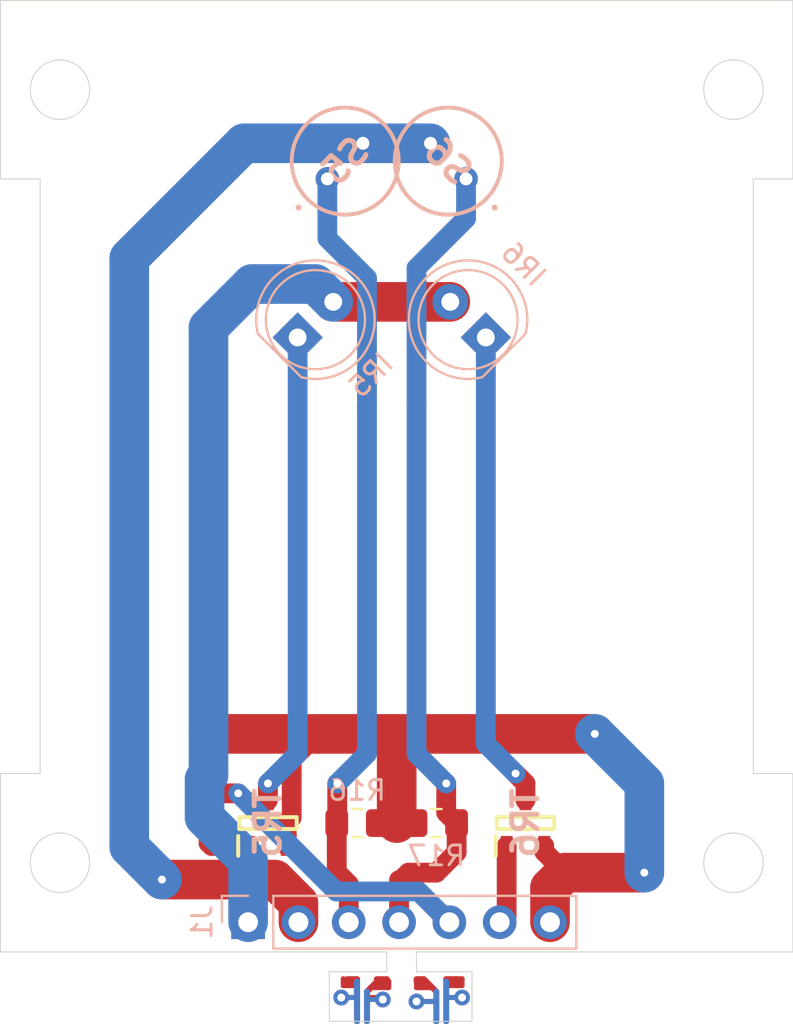
<source format=kicad_pcb>
(kicad_pcb (version 20171130) (host pcbnew "(5.1.6)-1")

  (general
    (thickness 1.6)
    (drawings 62)
    (tracks 165)
    (zones 0)
    (modules 9)
    (nets 10)
  )

  (page A4)
  (layers
    (0 F.Cu signal)
    (31 B.Cu signal)
    (32 B.Adhes user)
    (33 F.Adhes user)
    (34 B.Paste user)
    (35 F.Paste user)
    (36 B.SilkS user)
    (37 F.SilkS user)
    (38 B.Mask user)
    (39 F.Mask user)
    (40 Dwgs.User user)
    (41 Cmts.User user)
    (42 Eco1.User user)
    (43 Eco2.User user)
    (44 Edge.Cuts user)
    (45 Margin user)
    (46 B.CrtYd user)
    (47 F.CrtYd user)
    (48 B.Fab user)
    (49 F.Fab user)
  )

  (setup
    (last_trace_width 0.25)
    (user_trace_width 0.3)
    (user_trace_width 1)
    (user_trace_width 2)
    (trace_clearance 0.2)
    (zone_clearance 0.508)
    (zone_45_only no)
    (trace_min 0.2)
    (via_size 0.8)
    (via_drill 0.4)
    (via_min_size 0.4)
    (via_min_drill 0.3)
    (user_via 0.4 0.3)
    (uvia_size 0.3)
    (uvia_drill 0.1)
    (uvias_allowed no)
    (uvia_min_size 0.2)
    (uvia_min_drill 0.1)
    (edge_width 0.05)
    (segment_width 0.2)
    (pcb_text_width 0.3)
    (pcb_text_size 1.5 1.5)
    (mod_edge_width 0.12)
    (mod_text_size 1 1)
    (mod_text_width 0.15)
    (pad_size 1.524 1.524)
    (pad_drill 0.762)
    (pad_to_mask_clearance 0.05)
    (aux_axis_origin 0 0)
    (visible_elements 7FFFFFFF)
    (pcbplotparams
      (layerselection 0x010fc_ffffffff)
      (usegerberextensions false)
      (usegerberattributes true)
      (usegerberadvancedattributes true)
      (creategerberjobfile true)
      (excludeedgelayer true)
      (linewidth 0.100000)
      (plotframeref false)
      (viasonmask false)
      (mode 1)
      (useauxorigin false)
      (hpglpennumber 1)
      (hpglpenspeed 20)
      (hpglpendiameter 15.000000)
      (psnegative false)
      (psa4output false)
      (plotreference true)
      (plotvalue true)
      (plotinvisibletext false)
      (padsonsilk false)
      (subtractmaskfromsilk false)
      (outputformat 1)
      (mirror false)
      (drillshape 0)
      (scaleselection 1)
      (outputdirectory "CMouse-3rd-MOD-ver002/"))
  )

  (net 0 "")
  (net 1 "Net-(IR5-Pad1)")
  (net 2 5v)
  (net 3 "Net-(IR6-Pad1)")
  (net 4 3.3v)
  (net 5 AN5)
  (net 6 AN6)
  (net 7 PD5)
  (net 8 PD6)
  (net 9 GND)

  (net_class Default "This is the default net class."
    (clearance 0.2)
    (trace_width 0.25)
    (via_dia 0.8)
    (via_drill 0.4)
    (uvia_dia 0.3)
    (uvia_drill 0.1)
    (add_net 3.3v)
    (add_net 5v)
    (add_net AN5)
    (add_net AN6)
    (add_net GND)
    (add_net "Net-(IR5-Pad1)")
    (add_net "Net-(IR6-Pad1)")
    (add_net PD5)
    (add_net PD6)
  )

  (module LED_THT:LED_D5.0mm (layer B.Cu) (tedit 5995936A) (tstamp 65397445)
    (at 109.5 116.5 45)
    (descr "LED, diameter 5.0mm, 2 pins, http://cdn-reichelt.de/documents/datenblatt/A500/LL-504BC2E-009.pdf")
    (tags "LED diameter 5.0mm 2 pins")
    (path /65399195)
    (fp_text reference IR5 (at 1.27 3.96 45) (layer B.SilkS)
      (effects (font (size 1 1) (thickness 0.15)) (justify mirror))
    )
    (fp_text value LED (at 1.27 -3.96 45) (layer B.Fab)
      (effects (font (size 1 1) (thickness 0.15)) (justify mirror))
    )
    (fp_circle (center 1.27 0) (end 3.77 0) (layer B.Fab) (width 0.1))
    (fp_circle (center 1.27 0) (end 3.77 0) (layer B.SilkS) (width 0.12))
    (fp_line (start -1.23 1.469694) (end -1.23 -1.469694) (layer B.Fab) (width 0.1))
    (fp_line (start -1.29 1.545) (end -1.29 -1.545) (layer B.SilkS) (width 0.12))
    (fp_line (start -1.95 3.25) (end -1.95 -3.25) (layer B.CrtYd) (width 0.05))
    (fp_line (start -1.95 -3.25) (end 4.5 -3.25) (layer B.CrtYd) (width 0.05))
    (fp_line (start 4.5 -3.25) (end 4.5 3.25) (layer B.CrtYd) (width 0.05))
    (fp_line (start 4.5 3.25) (end -1.95 3.25) (layer B.CrtYd) (width 0.05))
    (fp_arc (start 1.27 0) (end -1.23 1.469694) (angle -299.1) (layer B.Fab) (width 0.1))
    (fp_arc (start 1.27 0) (end -1.29 1.54483) (angle -148.9) (layer B.SilkS) (width 0.12))
    (fp_arc (start 1.27 0) (end -1.29 -1.54483) (angle 148.9) (layer B.SilkS) (width 0.12))
    (fp_text user %R (at 1.25 0 45) (layer B.Fab)
      (effects (font (size 0.8 0.8) (thickness 0.2)) (justify mirror))
    )
    (pad 1 thru_hole rect (at 0 0 45) (size 1.8 1.8) (drill 0.9) (layers *.Cu *.Mask)
      (net 1 "Net-(IR5-Pad1)"))
    (pad 2 thru_hole circle (at 2.54 0 45) (size 1.8 1.8) (drill 0.9) (layers *.Cu *.Mask)
      (net 2 5v))
    (model ${KISYS3DMOD}/LED_THT.3dshapes/LED_D5.0mm.wrl
      (at (xyz 0 0 0))
      (scale (xyz 1 1 1))
      (rotate (xyz 0 0 0))
    )
  )

  (module LED_THT:LED_D5.0mm (layer B.Cu) (tedit 5995936A) (tstamp 65397457)
    (at 119 116.5 135)
    (descr "LED, diameter 5.0mm, 2 pins, http://cdn-reichelt.de/documents/datenblatt/A500/LL-504BC2E-009.pdf")
    (tags "LED diameter 5.0mm 2 pins")
    (path /653A45B9)
    (fp_text reference IR6 (at 1.27 3.96 135) (layer B.SilkS)
      (effects (font (size 1 1) (thickness 0.15)) (justify mirror))
    )
    (fp_text value LED (at 1.27 -3.96 135) (layer B.Fab)
      (effects (font (size 1 1) (thickness 0.15)) (justify mirror))
    )
    (fp_line (start 4.5 3.25) (end -1.95 3.25) (layer B.CrtYd) (width 0.05))
    (fp_line (start 4.5 -3.25) (end 4.5 3.25) (layer B.CrtYd) (width 0.05))
    (fp_line (start -1.95 -3.25) (end 4.5 -3.25) (layer B.CrtYd) (width 0.05))
    (fp_line (start -1.95 3.25) (end -1.95 -3.25) (layer B.CrtYd) (width 0.05))
    (fp_line (start -1.29 1.545) (end -1.29 -1.545) (layer B.SilkS) (width 0.12))
    (fp_line (start -1.23 1.469694) (end -1.23 -1.469694) (layer B.Fab) (width 0.1))
    (fp_circle (center 1.27 0) (end 3.77 0) (layer B.SilkS) (width 0.12))
    (fp_circle (center 1.27 0) (end 3.77 0) (layer B.Fab) (width 0.1))
    (fp_text user %R (at 1.25 0 135) (layer B.Fab)
      (effects (font (size 0.8 0.8) (thickness 0.2)) (justify mirror))
    )
    (fp_arc (start 1.27 0) (end -1.29 -1.54483) (angle 148.9) (layer B.SilkS) (width 0.12))
    (fp_arc (start 1.27 0) (end -1.29 1.54483) (angle -148.9) (layer B.SilkS) (width 0.12))
    (fp_arc (start 1.27 0) (end -1.23 1.469694) (angle -299.1) (layer B.Fab) (width 0.1))
    (pad 2 thru_hole circle (at 2.54 0 135) (size 1.8 1.8) (drill 0.9) (layers *.Cu *.Mask)
      (net 2 5v))
    (pad 1 thru_hole rect (at 0 0 135) (size 1.8 1.8) (drill 0.9) (layers *.Cu *.Mask)
      (net 3 "Net-(IR6-Pad1)"))
    (model ${KISYS3DMOD}/LED_THT.3dshapes/LED_D5.0mm.wrl
      (at (xyz 0 0 0))
      (scale (xyz 1 1 1))
      (rotate (xyz 0 0 0))
    )
  )

  (module Connector_PinHeader_2.54mm:PinHeader_1x07_P2.54mm_Vertical (layer B.Cu) (tedit 59FED5CC) (tstamp 65397472)
    (at 107 146 270)
    (descr "Through hole straight pin header, 1x07, 2.54mm pitch, single row")
    (tags "Through hole pin header THT 1x07 2.54mm single row")
    (path /653A50C2)
    (fp_text reference J1 (at 0 2.33 270) (layer B.SilkS)
      (effects (font (size 1 1) (thickness 0.15)) (justify mirror))
    )
    (fp_text value Conn_01x07 (at 0 -17.57 270) (layer B.Fab)
      (effects (font (size 1 1) (thickness 0.15)) (justify mirror))
    )
    (fp_line (start -0.635 1.27) (end 1.27 1.27) (layer B.Fab) (width 0.1))
    (fp_line (start 1.27 1.27) (end 1.27 -16.51) (layer B.Fab) (width 0.1))
    (fp_line (start 1.27 -16.51) (end -1.27 -16.51) (layer B.Fab) (width 0.1))
    (fp_line (start -1.27 -16.51) (end -1.27 0.635) (layer B.Fab) (width 0.1))
    (fp_line (start -1.27 0.635) (end -0.635 1.27) (layer B.Fab) (width 0.1))
    (fp_line (start -1.33 -16.57) (end 1.33 -16.57) (layer B.SilkS) (width 0.12))
    (fp_line (start -1.33 -1.27) (end -1.33 -16.57) (layer B.SilkS) (width 0.12))
    (fp_line (start 1.33 -1.27) (end 1.33 -16.57) (layer B.SilkS) (width 0.12))
    (fp_line (start -1.33 -1.27) (end 1.33 -1.27) (layer B.SilkS) (width 0.12))
    (fp_line (start -1.33 0) (end -1.33 1.33) (layer B.SilkS) (width 0.12))
    (fp_line (start -1.33 1.33) (end 0 1.33) (layer B.SilkS) (width 0.12))
    (fp_line (start -1.8 1.8) (end -1.8 -17.05) (layer B.CrtYd) (width 0.05))
    (fp_line (start -1.8 -17.05) (end 1.8 -17.05) (layer B.CrtYd) (width 0.05))
    (fp_line (start 1.8 -17.05) (end 1.8 1.8) (layer B.CrtYd) (width 0.05))
    (fp_line (start 1.8 1.8) (end -1.8 1.8) (layer B.CrtYd) (width 0.05))
    (fp_text user %R (at 0 -7.62) (layer B.Fab)
      (effects (font (size 1 1) (thickness 0.15)) (justify mirror))
    )
    (pad 1 thru_hole rect (at 0 0 270) (size 1.7 1.7) (drill 1) (layers *.Cu *.Mask)
      (net 2 5v))
    (pad 2 thru_hole oval (at 0 -2.54 270) (size 1.7 1.7) (drill 1) (layers *.Cu *.Mask)
      (net 4 3.3v))
    (pad 3 thru_hole oval (at 0 -5.08 270) (size 1.7 1.7) (drill 1) (layers *.Cu *.Mask)
      (net 5 AN5))
    (pad 4 thru_hole oval (at 0 -7.62 270) (size 1.7 1.7) (drill 1) (layers *.Cu *.Mask)
      (net 6 AN6))
    (pad 5 thru_hole oval (at 0 -10.16 270) (size 1.7 1.7) (drill 1) (layers *.Cu *.Mask)
      (net 7 PD5))
    (pad 6 thru_hole oval (at 0 -12.7 270) (size 1.7 1.7) (drill 1) (layers *.Cu *.Mask)
      (net 8 PD6))
    (pad 7 thru_hole oval (at 0 -15.24 270) (size 1.7 1.7) (drill 1) (layers *.Cu *.Mask)
      (net 9 GND))
    (model ${KISYS3DMOD}/Connector_PinHeader_2.54mm.3dshapes/PinHeader_1x07_P2.54mm_Vertical.wrl
      (at (xyz 0 0 0))
      (scale (xyz 1 1 1))
      (rotate (xyz 0 0 0))
    )
  )

  (module Resistor_SMD:R_0805_2012Metric_Pad1.15x1.40mm_HandSolder (layer F.Cu) (tedit 5B36C52B) (tstamp 65397483)
    (at 112.5 141)
    (descr "Resistor SMD 0805 (2012 Metric), square (rectangular) end terminal, IPC_7351 nominal with elongated pad for handsoldering. (Body size source: https://docs.google.com/spreadsheets/d/1BsfQQcO9C6DZCsRaXUlFlo91Tg2WpOkGARC1WS5S8t0/edit?usp=sharing), generated with kicad-footprint-generator")
    (tags "resistor handsolder")
    (path /653987B6)
    (attr smd)
    (fp_text reference R16 (at 0 -1.65) (layer B.SilkS)
      (effects (font (size 1 1) (thickness 0.15)) (justify mirror))
    )
    (fp_text value 10k (at 0 1.65) (layer F.Fab)
      (effects (font (size 1 1) (thickness 0.15)))
    )
    (fp_line (start 1.85 0.95) (end -1.85 0.95) (layer F.CrtYd) (width 0.05))
    (fp_line (start 1.85 -0.95) (end 1.85 0.95) (layer F.CrtYd) (width 0.05))
    (fp_line (start -1.85 -0.95) (end 1.85 -0.95) (layer F.CrtYd) (width 0.05))
    (fp_line (start -1.85 0.95) (end -1.85 -0.95) (layer F.CrtYd) (width 0.05))
    (fp_line (start -0.261252 0.71) (end 0.261252 0.71) (layer F.SilkS) (width 0.12))
    (fp_line (start -0.261252 -0.71) (end 0.261252 -0.71) (layer F.SilkS) (width 0.12))
    (fp_line (start 1 0.6) (end -1 0.6) (layer F.Fab) (width 0.1))
    (fp_line (start 1 -0.6) (end 1 0.6) (layer F.Fab) (width 0.1))
    (fp_line (start -1 -0.6) (end 1 -0.6) (layer F.Fab) (width 0.1))
    (fp_line (start -1 0.6) (end -1 -0.6) (layer F.Fab) (width 0.1))
    (fp_text user %R (at 0 0) (layer F.Fab)
      (effects (font (size 0.5 0.5) (thickness 0.08)))
    )
    (pad 2 smd roundrect (at 1.025 0) (size 1.15 1.4) (layers F.Cu F.Paste F.Mask) (roundrect_rratio 0.217391)
      (net 9 GND))
    (pad 1 smd roundrect (at -1.025 0) (size 1.15 1.4) (layers F.Cu F.Paste F.Mask) (roundrect_rratio 0.217391)
      (net 5 AN5))
    (model ${KISYS3DMOD}/Resistor_SMD.3dshapes/R_0805_2012Metric.wrl
      (at (xyz 0 0 0))
      (scale (xyz 1 1 1))
      (rotate (xyz 0 0 0))
    )
  )

  (module Resistor_SMD:R_0805_2012Metric_Pad1.15x1.40mm_HandSolder (layer F.Cu) (tedit 5B36C52B) (tstamp 65397779)
    (at 116.5 141 180)
    (descr "Resistor SMD 0805 (2012 Metric), square (rectangular) end terminal, IPC_7351 nominal with elongated pad for handsoldering. (Body size source: https://docs.google.com/spreadsheets/d/1BsfQQcO9C6DZCsRaXUlFlo91Tg2WpOkGARC1WS5S8t0/edit?usp=sharing), generated with kicad-footprint-generator")
    (tags "resistor handsolder")
    (path /653A45B3)
    (attr smd)
    (fp_text reference R17 (at 0 -1.65) (layer B.SilkS)
      (effects (font (size 1 1) (thickness 0.15)) (justify mirror))
    )
    (fp_text value 10k (at 0 1.65) (layer F.Fab)
      (effects (font (size 1 1) (thickness 0.15)))
    )
    (fp_line (start -1 0.6) (end -1 -0.6) (layer F.Fab) (width 0.1))
    (fp_line (start -1 -0.6) (end 1 -0.6) (layer F.Fab) (width 0.1))
    (fp_line (start 1 -0.6) (end 1 0.6) (layer F.Fab) (width 0.1))
    (fp_line (start 1 0.6) (end -1 0.6) (layer F.Fab) (width 0.1))
    (fp_line (start -0.261252 -0.71) (end 0.261252 -0.71) (layer F.SilkS) (width 0.12))
    (fp_line (start -0.261252 0.71) (end 0.261252 0.71) (layer F.SilkS) (width 0.12))
    (fp_line (start -1.85 0.95) (end -1.85 -0.95) (layer F.CrtYd) (width 0.05))
    (fp_line (start -1.85 -0.95) (end 1.85 -0.95) (layer F.CrtYd) (width 0.05))
    (fp_line (start 1.85 -0.95) (end 1.85 0.95) (layer F.CrtYd) (width 0.05))
    (fp_line (start 1.85 0.95) (end -1.85 0.95) (layer F.CrtYd) (width 0.05))
    (fp_text user %R (at 0 0) (layer F.Fab)
      (effects (font (size 0.5 0.5) (thickness 0.08)))
    )
    (pad 1 smd roundrect (at -1.025 0 180) (size 1.15 1.4) (layers F.Cu F.Paste F.Mask) (roundrect_rratio 0.217391)
      (net 6 AN6))
    (pad 2 smd roundrect (at 1.025 0 180) (size 1.15 1.4) (layers F.Cu F.Paste F.Mask) (roundrect_rratio 0.217391)
      (net 9 GND))
    (model ${KISYS3DMOD}/Resistor_SMD.3dshapes/R_0805_2012Metric.wrl
      (at (xyz 0 0 0))
      (scale (xyz 1 1 1))
      (rotate (xyz 0 0 0))
    )
  )

  (module SamacSys_Parts:ST1KL3A (layer B.Cu) (tedit 0) (tstamp 653974AD)
    (at 111 108.5 45)
    (descr TO-18_5.4x6.7h)
    (tags Phototransistor)
    (path /65397380)
    (fp_text reference S5 (at 1.27 0 45) (layer B.SilkS)
      (effects (font (size 1.27 1.27) (thickness 0.254)) (justify mirror))
    )
    (fp_text value ST-1KL3A (at 1.27 0 45) (layer B.SilkS) hide
      (effects (font (size 1.27 1.27) (thickness 0.254)) (justify mirror))
    )
    (fp_line (start -1.43 0) (end -1.43 0) (layer B.Fab) (width 0.1))
    (fp_line (start 3.97 0) (end 3.97 0) (layer B.Fab) (width 0.1))
    (fp_line (start -2.43 0) (end -2.43 0) (layer B.CrtYd) (width 0.1))
    (fp_line (start 4.97 0) (end 4.97 0) (layer B.CrtYd) (width 0.1))
    (fp_line (start -1.43 0) (end -1.43 0) (layer B.SilkS) (width 0.2))
    (fp_line (start 3.97 0) (end 3.97 0) (layer B.SilkS) (width 0.2))
    (fp_line (start -2.1 0) (end -2.1 0) (layer B.SilkS) (width 0.2))
    (fp_line (start -2 0) (end -2 0) (layer B.SilkS) (width 0.2))
    (fp_line (start -2.1 0) (end -2.1 0) (layer B.SilkS) (width 0.2))
    (fp_text user %R (at 1.27 0 45) (layer B.Fab)
      (effects (font (size 1.27 1.27) (thickness 0.254)) (justify mirror))
    )
    (fp_arc (start 1.27 0) (end -1.43 0) (angle 180) (layer B.Fab) (width 0.1))
    (fp_arc (start 1.27 0) (end 3.97 0) (angle 180) (layer B.Fab) (width 0.1))
    (fp_arc (start 1.27 0) (end -2.43 0) (angle 180) (layer B.CrtYd) (width 0.1))
    (fp_arc (start 1.27 0) (end 4.97 0) (angle 180) (layer B.CrtYd) (width 0.1))
    (fp_arc (start 1.27 0) (end -1.43 0) (angle 180) (layer B.SilkS) (width 0.2))
    (fp_arc (start 1.27 0) (end 3.97 0) (angle 180) (layer B.SilkS) (width 0.2))
    (fp_arc (start -2.05 0) (end -2.1 0) (angle 180) (layer B.SilkS) (width 0.2))
    (fp_arc (start -2.05 0) (end -2 0) (angle 180) (layer B.SilkS) (width 0.2))
    (fp_arc (start -2.05 0) (end -2.1 0) (angle 180) (layer B.SilkS) (width 0.2))
    (pad 1 thru_hole circle (at 0 0 45) (size 1.192 1.192) (drill 0.65) (layers *.Cu *.Mask)
      (net 5 AN5))
    (pad 2 thru_hole circle (at 2.54 0 45) (size 1.192 1.192) (drill 0.65) (layers *.Cu *.Mask)
      (net 4 3.3v))
    (model C:\Users\masato\Documents\kicad\rslib\SamacSys_Parts.3dshapes\ST-1KL3A.stp
      (at (xyz 0 0 0))
      (scale (xyz 1 1 1))
      (rotate (xyz 0 0 0))
    )
  )

  (module SamacSys_Parts:ST1KL3A (layer B.Cu) (tedit 0) (tstamp 653974C6)
    (at 118 108.5 135)
    (descr TO-18_5.4x6.7h)
    (tags Phototransistor)
    (path /653A45AD)
    (fp_text reference S6 (at 1.27 0 135) (layer B.SilkS)
      (effects (font (size 1.27 1.27) (thickness 0.254)) (justify mirror))
    )
    (fp_text value ST-1KL3A (at 1.27 0 135) (layer B.SilkS) hide
      (effects (font (size 1.27 1.27) (thickness 0.254)) (justify mirror))
    )
    (fp_line (start -2.1 0) (end -2.1 0) (layer B.SilkS) (width 0.2))
    (fp_line (start -2 0) (end -2 0) (layer B.SilkS) (width 0.2))
    (fp_line (start -2.1 0) (end -2.1 0) (layer B.SilkS) (width 0.2))
    (fp_line (start 3.97 0) (end 3.97 0) (layer B.SilkS) (width 0.2))
    (fp_line (start -1.43 0) (end -1.43 0) (layer B.SilkS) (width 0.2))
    (fp_line (start 4.97 0) (end 4.97 0) (layer B.CrtYd) (width 0.1))
    (fp_line (start -2.43 0) (end -2.43 0) (layer B.CrtYd) (width 0.1))
    (fp_line (start 3.97 0) (end 3.97 0) (layer B.Fab) (width 0.1))
    (fp_line (start -1.43 0) (end -1.43 0) (layer B.Fab) (width 0.1))
    (fp_arc (start -2.05 0) (end -2.1 0) (angle 180) (layer B.SilkS) (width 0.2))
    (fp_arc (start -2.05 0) (end -2 0) (angle 180) (layer B.SilkS) (width 0.2))
    (fp_arc (start -2.05 0) (end -2.1 0) (angle 180) (layer B.SilkS) (width 0.2))
    (fp_arc (start 1.27 0) (end 3.97 0) (angle 180) (layer B.SilkS) (width 0.2))
    (fp_arc (start 1.27 0) (end -1.43 0) (angle 180) (layer B.SilkS) (width 0.2))
    (fp_arc (start 1.27 0) (end 4.97 0) (angle 180) (layer B.CrtYd) (width 0.1))
    (fp_arc (start 1.27 0) (end -2.43 0) (angle 180) (layer B.CrtYd) (width 0.1))
    (fp_arc (start 1.27 0) (end 3.97 0) (angle 180) (layer B.Fab) (width 0.1))
    (fp_arc (start 1.27 0) (end -1.43 0) (angle 180) (layer B.Fab) (width 0.1))
    (fp_text user %R (at 1.27 0 135) (layer B.Fab)
      (effects (font (size 1.27 1.27) (thickness 0.254)) (justify mirror))
    )
    (pad 2 thru_hole circle (at 2.54 0 135) (size 1.192 1.192) (drill 0.65) (layers *.Cu *.Mask)
      (net 4 3.3v))
    (pad 1 thru_hole circle (at 0 0 135) (size 1.192 1.192) (drill 0.65) (layers *.Cu *.Mask)
      (net 6 AN6))
    (model C:\Users\masato\Documents\kicad\rslib\SamacSys_Parts.3dshapes\ST-1KL3A.stp
      (at (xyz 0 0 0))
      (scale (xyz 1 1 1))
      (rotate (xyz 0 0 0))
    )
  )

  (module SamacSys_Parts:SOT95P240X120-3N (layer F.Cu) (tedit 0) (tstamp 653974DC)
    (at 108 141 90)
    (descr "SOT23 (SST3)")
    (tags "Transistor BJT NPN")
    (path /65399F07)
    (attr smd)
    (fp_text reference TR5 (at 0 0 90) (layer B.SilkS)
      (effects (font (size 1.27 1.27) (thickness 0.254)) (justify mirror))
    )
    (fp_text value DTC143ZCAHZGT116 (at 0 0 90) (layer F.SilkS) hide
      (effects (font (size 1.27 1.27) (thickness 0.254)))
    )
    (fp_line (start -1.9 -1.8) (end 1.9 -1.8) (layer F.CrtYd) (width 0.05))
    (fp_line (start 1.9 -1.8) (end 1.9 1.8) (layer F.CrtYd) (width 0.05))
    (fp_line (start 1.9 1.8) (end -1.9 1.8) (layer F.CrtYd) (width 0.05))
    (fp_line (start -1.9 1.8) (end -1.9 -1.8) (layer F.CrtYd) (width 0.05))
    (fp_line (start -0.675 -1.45) (end 0.675 -1.45) (layer F.Fab) (width 0.1))
    (fp_line (start 0.675 -1.45) (end 0.675 1.45) (layer F.Fab) (width 0.1))
    (fp_line (start 0.675 1.45) (end -0.675 1.45) (layer F.Fab) (width 0.1))
    (fp_line (start -0.675 1.45) (end -0.675 -1.45) (layer F.Fab) (width 0.1))
    (fp_line (start -0.675 -0.5) (end 0.275 -1.45) (layer F.Fab) (width 0.1))
    (fp_line (start -0.3 -1.45) (end 0.3 -1.45) (layer F.SilkS) (width 0.2))
    (fp_line (start 0.3 -1.45) (end 0.3 1.45) (layer F.SilkS) (width 0.2))
    (fp_line (start 0.3 1.45) (end -0.3 1.45) (layer F.SilkS) (width 0.2))
    (fp_line (start -0.3 1.45) (end -0.3 -1.45) (layer F.SilkS) (width 0.2))
    (fp_line (start -1.65 -1.5) (end -0.65 -1.5) (layer F.SilkS) (width 0.2))
    (fp_text user %R (at 0 0 90) (layer F.Fab)
      (effects (font (size 1.27 1.27) (thickness 0.254)))
    )
    (pad 1 smd rect (at -1.15 -0.95 180) (size 0.6 1) (layers F.Cu F.Paste F.Mask)
      (net 7 PD5))
    (pad 2 smd rect (at -1.15 0.95 180) (size 0.6 1) (layers F.Cu F.Paste F.Mask)
      (net 9 GND))
    (pad 3 smd rect (at 1.15 0 180) (size 0.6 1) (layers F.Cu F.Paste F.Mask)
      (net 1 "Net-(IR5-Pad1)"))
    (model C:\Users\masato\Documents\kicad\rslib\SamacSys_Parts.3dshapes\DTC143ZCAHZGT116.stp
      (at (xyz 0 0 0))
      (scale (xyz 1 1 1))
      (rotate (xyz 0 0 0))
    )
  )

  (module SamacSys_Parts:SOT95P240X120-3N (layer F.Cu) (tedit 0) (tstamp 653974F2)
    (at 121 141 90)
    (descr "SOT23 (SST3)")
    (tags "Transistor BJT NPN")
    (path /653A45C5)
    (attr smd)
    (fp_text reference TR6 (at 0 0 90) (layer B.SilkS)
      (effects (font (size 1.27 1.27) (thickness 0.254)) (justify mirror))
    )
    (fp_text value DTC143ZCAHZGT116 (at 0 0 90) (layer F.SilkS) hide
      (effects (font (size 1.27 1.27) (thickness 0.254)))
    )
    (fp_line (start -1.65 -1.5) (end -0.65 -1.5) (layer F.SilkS) (width 0.2))
    (fp_line (start -0.3 1.45) (end -0.3 -1.45) (layer F.SilkS) (width 0.2))
    (fp_line (start 0.3 1.45) (end -0.3 1.45) (layer F.SilkS) (width 0.2))
    (fp_line (start 0.3 -1.45) (end 0.3 1.45) (layer F.SilkS) (width 0.2))
    (fp_line (start -0.3 -1.45) (end 0.3 -1.45) (layer F.SilkS) (width 0.2))
    (fp_line (start -0.675 -0.5) (end 0.275 -1.45) (layer F.Fab) (width 0.1))
    (fp_line (start -0.675 1.45) (end -0.675 -1.45) (layer F.Fab) (width 0.1))
    (fp_line (start 0.675 1.45) (end -0.675 1.45) (layer F.Fab) (width 0.1))
    (fp_line (start 0.675 -1.45) (end 0.675 1.45) (layer F.Fab) (width 0.1))
    (fp_line (start -0.675 -1.45) (end 0.675 -1.45) (layer F.Fab) (width 0.1))
    (fp_line (start -1.9 1.8) (end -1.9 -1.8) (layer F.CrtYd) (width 0.05))
    (fp_line (start 1.9 1.8) (end -1.9 1.8) (layer F.CrtYd) (width 0.05))
    (fp_line (start 1.9 -1.8) (end 1.9 1.8) (layer F.CrtYd) (width 0.05))
    (fp_line (start -1.9 -1.8) (end 1.9 -1.8) (layer F.CrtYd) (width 0.05))
    (fp_text user %R (at 0 0 90) (layer F.Fab)
      (effects (font (size 1.27 1.27) (thickness 0.254)))
    )
    (pad 3 smd rect (at 1.15 0 180) (size 0.6 1) (layers F.Cu F.Paste F.Mask)
      (net 3 "Net-(IR6-Pad1)"))
    (pad 2 smd rect (at -1.15 0.95 180) (size 0.6 1) (layers F.Cu F.Paste F.Mask)
      (net 9 GND))
    (pad 1 smd rect (at -1.15 -0.95 180) (size 0.6 1) (layers F.Cu F.Paste F.Mask)
      (net 8 PD6))
    (model C:\Users\masato\Documents\kicad\rslib\SamacSys_Parts.3dshapes\DTC143ZCAHZGT116.stp
      (at (xyz 0 0 0))
      (scale (xyz 1 1 1))
      (rotate (xyz 0 0 0))
    )
  )

  (gr_line (start 117.8 148.9) (end 117.4 148.9) (layer F.Mask) (width 0.3))
  (gr_line (start 117.8 149.1) (end 117.8 148.9) (layer F.Mask) (width 0.3))
  (gr_line (start 117 149.2) (end 117.8 149.2) (layer F.Mask) (width 0.3))
  (gr_line (start 117 149.1) (end 117 149.2) (layer F.Mask) (width 0.3))
  (gr_line (start 117 149.5) (end 117 149.1) (layer F.Mask) (width 0.3))
  (gr_line (start 115.5 149.3) (end 115.5 149) (layer F.Mask) (width 0.3) (tstamp 6565CA30))
  (gr_line (start 116.3 149.3) (end 115.5 149.3) (layer F.Mask) (width 0.3))
  (gr_line (start 115.6 149.2) (end 116.2 149.2) (layer F.Mask) (width 0.3))
  (gr_line (start 116.1 149.2) (end 115.6 149.2) (layer F.Mask) (width 0.3))
  (gr_line (start 116.5 149.5) (end 116 149) (layer F.Mask) (width 0.3) (tstamp 6565CA28))
  (gr_line (start 113 149.5) (end 113.5 149) (layer F.Mask) (width 0.3) (tstamp 6565CA1D))
  (gr_line (start 113.3 149.3) (end 114.1 149.3) (layer F.Mask) (width 0.3))
  (gr_line (start 114.1 149.2) (end 114.1 149) (layer F.Mask) (width 0.3))
  (gr_line (start 113.4 149.2) (end 114.1 149.2) (layer F.Mask) (width 0.3))
  (gr_line (start 112.5 149.1) (end 112.5 149.5) (layer F.Mask) (width 0.3) (tstamp 6565CA07))
  (gr_line (start 112.5 148.9) (end 112.5 149.1) (layer F.Mask) (width 0.3))
  (gr_line (start 111.8 149.2) (end 111.8 148.9) (layer F.Mask) (width 0.3))
  (gr_line (start 112.5 149.2) (end 111.8 149.2) (layer F.Mask) (width 0.3))
  (gr_line (start 111.1 151) (end 112 151) (layer Edge.Cuts) (width 0.05) (tstamp 6565C91E))
  (gr_line (start 111.1 148.5) (end 111.1 151) (layer Edge.Cuts) (width 0.05))
  (gr_line (start 112 148.5) (end 111.1 148.5) (layer Edge.Cuts) (width 0.05))
  (gr_line (start 118.3 148.5) (end 117.5 148.5) (layer Edge.Cuts) (width 0.05) (tstamp 6565C861))
  (gr_line (start 118.3 151) (end 118.3 148.5) (layer Edge.Cuts) (width 0.05))
  (gr_line (start 117.5 151) (end 118.3 151) (layer Edge.Cuts) (width 0.05))
  (gr_line (start 114 148.9) (end 113.5 148.9) (layer F.Mask) (width 0.3))
  (gr_line (start 115.5 148.9) (end 115.9 148.9) (layer F.Mask) (width 0.3))
  (gr_line (start 117 148.9) (end 117.5 148.9) (layer F.Mask) (width 0.3))
  (gr_line (start 112.5 148.9) (end 112 148.9) (layer F.Mask) (width 0.3))
  (gr_line (start 117 149) (end 117.5 149) (layer F.Mask) (width 0.3))
  (gr_line (start 112 149) (end 112.5 149) (layer F.Mask) (width 0.3) (tstamp 653981DC))
  (gr_line (start 112 148.5) (end 114 148.5) (layer Edge.Cuts) (width 0.05) (tstamp 6539817E))
  (gr_line (start 115.5 148.5) (end 117.5 148.5) (layer Edge.Cuts) (width 0.05) (tstamp 6539817D))
  (gr_line (start 115.5 147.5) (end 115.5 148.5) (layer Edge.Cuts) (width 0.05))
  (gr_line (start 134.5 147.5) (end 115.5 147.5) (layer Edge.Cuts) (width 0.05))
  (gr_line (start 114 147.5) (end 114 148.5) (layer Edge.Cuts) (width 0.05))
  (gr_line (start 94.5 147.5) (end 114 147.5) (layer Edge.Cuts) (width 0.05))
  (gr_line (start 112 151) (end 117.5 151) (layer Edge.Cuts) (width 0.05) (tstamp 65398047))
  (gr_line (start 117 151) (end 117 149) (layer B.Mask) (width 0.3))
  (gr_line (start 116.5 151) (end 116.5 149.5) (layer B.Mask) (width 0.3))
  (gr_line (start 113 151) (end 113 149.5) (layer B.Mask) (width 0.3))
  (gr_line (start 112.5 151) (end 112.5 149.5) (layer B.Mask) (width 0.3))
  (gr_line (start 115.5 149) (end 116 149) (layer F.Mask) (width 0.3))
  (gr_line (start 113.5 149) (end 114 149) (layer F.Mask) (width 0.3))
  (gr_line (start 117 151) (end 117 149.5) (layer F.Mask) (width 0.3))
  (gr_line (start 116.5 151) (end 116.5 149.5) (layer F.Mask) (width 0.3))
  (gr_line (start 113 151) (end 113 149.5) (layer F.Mask) (width 0.3))
  (gr_line (start 112.5 151) (end 112.5 149.5) (layer F.Mask) (width 0.3))
  (gr_circle (center 131.5 143) (end 130 143) (layer Edge.Cuts) (width 0.05))
  (gr_circle (center 131.5 104) (end 130 104) (layer Edge.Cuts) (width 0.05))
  (gr_circle (center 97.5 104) (end 99 104) (layer Edge.Cuts) (width 0.05))
  (gr_circle (center 97.5 143) (end 99 143) (layer Edge.Cuts) (width 0.05))
  (gr_line (start 94.5 108.5) (end 94.5 99.5) (layer Edge.Cuts) (width 0.05) (tstamp 65397660))
  (gr_line (start 96.5 108.5) (end 94.5 108.5) (layer Edge.Cuts) (width 0.05))
  (gr_line (start 96.5 138.5) (end 96.5 108.5) (layer Edge.Cuts) (width 0.05))
  (gr_line (start 94.5 138.5) (end 96.5 138.5) (layer Edge.Cuts) (width 0.05))
  (gr_line (start 94.5 147.5) (end 94.5 138.5) (layer Edge.Cuts) (width 0.05))
  (gr_line (start 134.5 138.5) (end 134.5 147.5) (layer Edge.Cuts) (width 0.05))
  (gr_line (start 132.5 138.5) (end 134.5 138.5) (layer Edge.Cuts) (width 0.05))
  (gr_line (start 132.5 108.5) (end 132.5 138.5) (layer Edge.Cuts) (width 0.05))
  (gr_line (start 134.5 108.5) (end 132.5 108.5) (layer Edge.Cuts) (width 0.05))
  (gr_line (start 134.5 99.5) (end 134.5 108.5) (layer Edge.Cuts) (width 0.05))
  (gr_line (start 94.5 99.5) (end 134.5 99.5) (layer Edge.Cuts) (width 0.05))

  (segment (start 116 149) (end 115.5 149) (width 0.3) (layer F.Cu) (net 0))
  (segment (start 112.5 149) (end 112.5 150.62499) (width 0.3) (layer B.Cu) (net 0))
  (segment (start 112.5 149) (end 112 149) (width 0.3) (layer F.Cu) (net 0))
  (segment (start 117 149) (end 117.5 149) (width 0.3) (layer F.Cu) (net 0))
  (segment (start 117 148.87501) (end 117 149) (width 0.3) (layer F.Cu) (net 0))
  (segment (start 117.5 148.87501) (end 117 148.87501) (width 0.3) (layer F.Cu) (net 0))
  (segment (start 112.5 149) (end 112.5 148.87501) (width 0.3) (layer F.Cu) (net 0))
  (segment (start 112.5 148.87501) (end 112 148.87501) (width 0.3) (layer F.Cu) (net 0))
  (segment (start 116 149) (end 115.87501 148.87501) (width 0.3) (layer F.Cu) (net 0))
  (segment (start 113.5 148.87501) (end 113.5 149) (width 0.3) (layer F.Cu) (net 0))
  (segment (start 114 148.87501) (end 113.5 148.87501) (width 0.3) (layer F.Cu) (net 0))
  (segment (start 114 149) (end 114 148.87501) (width 0.3) (layer F.Cu) (net 0))
  (segment (start 113.5 149) (end 114 149) (width 0.3) (layer F.Cu) (net 0))
  (via (at 113.8 149.9) (size 0.8) (drill 0.4) (layers F.Cu B.Cu) (net 0))
  (segment (start 113.7 149.8) (end 113.8 149.9) (width 0.25) (layer F.Cu) (net 0))
  (segment (start 113 149.8) (end 113.7 149.8) (width 0.25) (layer F.Cu) (net 0))
  (segment (start 113 151) (end 113 149.8) (width 0.3) (layer F.Cu) (net 0))
  (segment (start 113 149.8) (end 113 149.5) (width 0.3) (layer F.Cu) (net 0))
  (segment (start 113.8 149.9) (end 113 149.9) (width 0.25) (layer B.Cu) (net 0))
  (segment (start 113 151) (end 113 149.9) (width 0.3) (layer B.Cu) (net 0))
  (segment (start 113 149.9) (end 113 149.5) (width 0.3) (layer B.Cu) (net 0))
  (via (at 115.5 150) (size 0.8) (drill 0.4) (layers F.Cu B.Cu) (net 0))
  (segment (start 116.5 150) (end 115.5 150) (width 0.25) (layer B.Cu) (net 0))
  (segment (start 116.5 151) (end 116.5 150) (width 0.3) (layer B.Cu) (net 0))
  (segment (start 116.5 150) (end 116.5 149.5) (width 0.3) (layer B.Cu) (net 0))
  (segment (start 116.4 150) (end 116.5 149.9) (width 0.25) (layer F.Cu) (net 0))
  (segment (start 115.5 150) (end 116.4 150) (width 0.25) (layer F.Cu) (net 0))
  (segment (start 116.5 151) (end 116.5 149.9) (width 0.3) (layer F.Cu) (net 0))
  (segment (start 116.5 149.9) (end 116.5 149.5) (width 0.3) (layer F.Cu) (net 0))
  (segment (start 112.5 149.8) (end 111.7 149.8) (width 0.25) (layer F.Cu) (net 0))
  (segment (start 112.5 151) (end 112.5 149.8) (width 0.3) (layer F.Cu) (net 0))
  (via (at 111.7 149.8) (size 0.8) (drill 0.4) (layers F.Cu B.Cu) (net 0))
  (segment (start 112.5 149.8) (end 112.5 149.5) (width 0.3) (layer F.Cu) (net 0))
  (segment (start 112.4 149.8) (end 112.5 149.7) (width 0.25) (layer B.Cu) (net 0))
  (segment (start 111.7 149.8) (end 112.4 149.8) (width 0.25) (layer B.Cu) (net 0))
  (segment (start 112.5 151) (end 112.5 149.7) (width 0.3) (layer B.Cu) (net 0))
  (segment (start 112.5 149.7) (end 112.5 149) (width 0.3) (layer B.Cu) (net 0))
  (via (at 117.8 149.8) (size 0.8) (drill 0.4) (layers F.Cu B.Cu) (net 0))
  (segment (start 117 149.8) (end 117.8 149.8) (width 0.25) (layer B.Cu) (net 0))
  (segment (start 117 151) (end 117 149.8) (width 0.3) (layer B.Cu) (net 0))
  (segment (start 117 149.8) (end 117 149) (width 0.3) (layer B.Cu) (net 0))
  (segment (start 117.1 149.8) (end 117 149.7) (width 0.25) (layer F.Cu) (net 0))
  (segment (start 117 151) (end 117 149.7) (width 0.3) (layer F.Cu) (net 0))
  (segment (start 117.8 149.8) (end 117.1 149.8) (width 0.25) (layer F.Cu) (net 0))
  (segment (start 117 149.7) (end 117 149.5) (width 0.3) (layer F.Cu) (net 0))
  (segment (start 112.5 149.5) (end 112.5 149.2) (width 0.3) (layer F.Cu) (net 0))
  (segment (start 112.5 149.2) (end 112.5 149) (width 0.3) (layer F.Cu) (net 0))
  (segment (start 111.825 148.87501) (end 112 148.87501) (width 0.25) (layer F.Cu) (net 0))
  (segment (start 111.8 148.85001) (end 111.825 148.87501) (width 0.25) (layer F.Cu) (net 0))
  (segment (start 111.8 149.2) (end 111.8 148.85001) (width 0.25) (layer F.Cu) (net 0))
  (segment (start 113.35 149.15) (end 113.95 149.15) (width 0.25) (layer F.Cu) (net 0))
  (segment (start 113.35 149.15) (end 113.5 149) (width 0.3) (layer F.Cu) (net 0))
  (segment (start 113.2 149.3) (end 114.1 149.3) (width 0.25) (layer F.Cu) (net 0))
  (segment (start 113 149.5) (end 113.2 149.3) (width 0.3) (layer F.Cu) (net 0))
  (segment (start 113.2 149.3) (end 113.35 149.15) (width 0.3) (layer F.Cu) (net 0))
  (segment (start 114.1 148.97501) (end 114 148.87501) (width 0.25) (layer F.Cu) (net 0))
  (segment (start 114.1 149.3) (end 114.1 148.97501) (width 0.25) (layer F.Cu) (net 0))
  (segment (start 115.5 148.87501) (end 115.5 149.3) (width 0.25) (layer F.Cu) (net 0))
  (segment (start 116.2 149.3) (end 116.25 149.25) (width 0.25) (layer F.Cu) (net 0))
  (segment (start 115.5 149.3) (end 116.2 149.3) (width 0.25) (layer F.Cu) (net 0))
  (segment (start 116.5 149.5) (end 116.25 149.25) (width 0.3) (layer F.Cu) (net 0))
  (segment (start 116.25 149.25) (end 116 149) (width 0.3) (layer F.Cu) (net 0))
  (segment (start 116 149.1) (end 116 149) (width 0.25) (layer F.Cu) (net 0))
  (segment (start 115.8 149.3) (end 116 149.1) (width 0.25) (layer F.Cu) (net 0))
  (segment (start 115.82499 148.87501) (end 115.82499 149.07501) (width 0.25) (layer F.Cu) (net 0))
  (segment (start 115.82499 148.87501) (end 115.5 148.87501) (width 0.3) (layer F.Cu) (net 0))
  (segment (start 115.87501 148.87501) (end 115.82499 148.87501) (width 0.3) (layer F.Cu) (net 0))
  (segment (start 115.82499 149.07501) (end 115.6 149.3) (width 0.25) (layer F.Cu) (net 0))
  (segment (start 115.6 149.3) (end 115.8 149.3) (width 0.25) (layer F.Cu) (net 0))
  (segment (start 115.5 149.3) (end 115.6 149.3) (width 0.25) (layer F.Cu) (net 0))
  (segment (start 117 149.5) (end 117 149.2) (width 0.3) (layer F.Cu) (net 0))
  (segment (start 117 149.2) (end 117.8 149.2) (width 0.25) (layer F.Cu) (net 0))
  (segment (start 117 149.2) (end 117 149) (width 0.3) (layer F.Cu) (net 0))
  (segment (start 117.8 149.2) (end 117.8 148.85001) (width 0.25) (layer F.Cu) (net 0))
  (segment (start 117.525 148.85001) (end 117.5 148.87501) (width 0.25) (layer F.Cu) (net 0))
  (segment (start 117.8 148.85001) (end 117.525 148.85001) (width 0.25) (layer F.Cu) (net 0))
  (segment (start 117.525 148.85001) (end 117.525 148.925) (width 0.25) (layer F.Cu) (net 0))
  (segment (start 117.525 148.925) (end 117.6 149) (width 0.25) (layer F.Cu) (net 0))
  (segment (start 117.6 149) (end 117.5 149) (width 0.25) (layer F.Cu) (net 0))
  (segment (start 111.8 149.2) (end 112.5 149.2) (width 0.25) (layer F.Cu) (net 0))
  (segment (start 109.5 116.5) (end 109.5 137.5) (width 1) (layer B.Cu) (net 1))
  (via (at 108 139) (size 0.8) (drill 0.4) (layers F.Cu B.Cu) (net 1))
  (segment (start 109.5 137.5) (end 108 139) (width 1) (layer B.Cu) (net 1))
  (segment (start 108 139) (end 108 139.85) (width 1) (layer F.Cu) (net 1))
  (segment (start 111.296051 114.703949) (end 117.203949 114.703949) (width 2) (layer F.Cu) (net 2))
  (segment (start 104.79999 138.795832) (end 105 138.595822) (width 2) (layer B.Cu) (net 2))
  (segment (start 110.396052 113.80395) (end 111.296051 114.703949) (width 2) (layer B.Cu) (net 2))
  (segment (start 107.19605 113.80395) (end 110.396052 113.80395) (width 2) (layer B.Cu) (net 2))
  (segment (start 107 142.904178) (end 104.79999 140.704168) (width 2) (layer B.Cu) (net 2))
  (segment (start 105 138.595822) (end 105 116) (width 2) (layer B.Cu) (net 2))
  (segment (start 107 146) (end 107 142.904178) (width 2) (layer B.Cu) (net 2))
  (segment (start 105 116) (end 107.19605 113.80395) (width 2) (layer B.Cu) (net 2))
  (segment (start 104.79999 140.704168) (end 104.79999 138.795832) (width 2) (layer B.Cu) (net 2))
  (segment (start 119 116.5) (end 119 137) (width 1) (layer B.Cu) (net 3))
  (via (at 120.5 138.5) (size 0.8) (drill 0.4) (layers F.Cu B.Cu) (net 3))
  (segment (start 119 137) (end 120.5 138.5) (width 1) (layer B.Cu) (net 3))
  (segment (start 120.5 138.5) (end 121 139) (width 1) (layer F.Cu) (net 3))
  (segment (start 121 139) (end 121 139.85) (width 1) (layer F.Cu) (net 3))
  (segment (start 112.796051 106.703949) (end 116.203949 106.703949) (width 2) (layer B.Cu) (net 4))
  (segment (start 109.54 146) (end 109.54 145.04) (width 2) (layer F.Cu) (net 4))
  (segment (start 108.350001 143.850001) (end 102.649999 143.850001) (width 2) (layer F.Cu) (net 4))
  (segment (start 109.54 145.04) (end 108.350001 143.850001) (width 2) (layer F.Cu) (net 4))
  (via (at 102.649999 143.850001) (size 0.8) (drill 0.4) (layers F.Cu B.Cu) (net 4))
  (segment (start 102.649999 143.850001) (end 101 142.200002) (width 2) (layer B.Cu) (net 4))
  (segment (start 101 142.200002) (end 101 112.5) (width 2) (layer B.Cu) (net 4))
  (segment (start 106.796051 106.703949) (end 112.796051 106.703949) (width 2) (layer B.Cu) (net 4))
  (segment (start 101 112.5) (end 106.796051 106.703949) (width 2) (layer B.Cu) (net 4))
  (segment (start 112.08 146) (end 112.08 144.08) (width 1) (layer F.Cu) (net 5))
  (segment (start 111.475 143.475) (end 111.475 141) (width 1) (layer F.Cu) (net 5))
  (segment (start 112.08 144.08) (end 111.475 143.475) (width 1) (layer F.Cu) (net 5))
  (segment (start 111 108.5) (end 111 111.5) (width 1) (layer B.Cu) (net 5))
  (segment (start 111 111.5) (end 113 113.5) (width 1) (layer B.Cu) (net 5))
  (segment (start 113 113.5) (end 113 120) (width 1) (layer B.Cu) (net 5))
  (segment (start 113 120) (end 113 137.5) (width 1) (layer B.Cu) (net 5))
  (via (at 111.5 139) (size 0.8) (drill 0.4) (layers F.Cu B.Cu) (net 5))
  (segment (start 113 137.5) (end 111.5 139) (width 1) (layer B.Cu) (net 5))
  (segment (start 111.5 140.975) (end 111.475 141) (width 1) (layer F.Cu) (net 5))
  (segment (start 111.5 139) (end 111.5 140.975) (width 1) (layer F.Cu) (net 5))
  (segment (start 114.62 143.88) (end 114.71352 143.88) (width 1) (layer F.Cu) (net 6))
  (segment (start 114.62 146) (end 114.62 143.88) (width 1) (layer F.Cu) (net 6))
  (segment (start 114.71352 143.88) (end 115.09352 143.5) (width 1) (layer F.Cu) (net 6))
  (segment (start 115.09352 143.5) (end 116.5 143.5) (width 1) (layer F.Cu) (net 6))
  (segment (start 117.525 142.475) (end 117.525 141) (width 1) (layer F.Cu) (net 6))
  (segment (start 116.5 143.5) (end 117.525 142.475) (width 1) (layer F.Cu) (net 6))
  (segment (start 118 108.5) (end 118 110.5) (width 1) (layer B.Cu) (net 6))
  (segment (start 118 110.5) (end 115.5 113) (width 1) (layer B.Cu) (net 6))
  (segment (start 115.5 113) (end 115.5 120) (width 1) (layer B.Cu) (net 6))
  (via (at 117 139) (size 0.8) (drill 0.4) (layers F.Cu B.Cu) (net 6))
  (segment (start 115.5 120) (end 115.5 137.5) (width 1) (layer B.Cu) (net 6))
  (segment (start 115.5 137.5) (end 117 139) (width 1) (layer B.Cu) (net 6))
  (segment (start 117 140.475) (end 117.525 141) (width 1) (layer F.Cu) (net 6))
  (segment (start 117 139) (end 117 140.475) (width 1) (layer F.Cu) (net 6))
  (via (at 106.5 139.5) (size 0.8) (drill 0.4) (layers F.Cu B.Cu) (net 7))
  (segment (start 111.449999 144.449999) (end 106.5 139.5) (width 1) (layer B.Cu) (net 7))
  (segment (start 117.16 146) (end 115.609999 144.449999) (width 1) (layer B.Cu) (net 7))
  (segment (start 115.609999 144.449999) (end 111.449999 144.449999) (width 1) (layer B.Cu) (net 7))
  (segment (start 107.049991 142.149991) (end 107.05 142.15) (width 1) (layer F.Cu) (net 7))
  (segment (start 105.5 139.5) (end 105 140) (width 1) (layer F.Cu) (net 7))
  (segment (start 105 142) (end 105.149991 142.149991) (width 1) (layer F.Cu) (net 7))
  (segment (start 106.5 139.5) (end 105.5 139.5) (width 1) (layer F.Cu) (net 7))
  (segment (start 105 140) (end 105 142) (width 1) (layer F.Cu) (net 7))
  (segment (start 105.149991 142.149991) (end 107.049991 142.149991) (width 1) (layer F.Cu) (net 7))
  (segment (start 120.05 145.65) (end 119.7 146) (width 1) (layer F.Cu) (net 8))
  (segment (start 120.05 142.15) (end 120.05 145.65) (width 1) (layer F.Cu) (net 8))
  (segment (start 122.24 146) (end 122.24 144.76) (width 2) (layer F.Cu) (net 9))
  (segment (start 122.24 144.76) (end 122.24 144.26) (width 2) (layer F.Cu) (net 9))
  (segment (start 122.24 144.26) (end 123 143.5) (width 2) (layer F.Cu) (net 9))
  (via (at 127 143.5) (size 0.8) (drill 0.4) (layers F.Cu B.Cu) (net 9))
  (segment (start 123 143.5) (end 127 143.5) (width 2) (layer F.Cu) (net 9))
  (segment (start 127 143.5) (end 127 139) (width 2) (layer B.Cu) (net 9))
  (segment (start 127 139) (end 124.5 136.5) (width 2) (layer B.Cu) (net 9))
  (via (at 124.5 136.5) (size 0.8) (drill 0.4) (layers F.Cu B.Cu) (net 9))
  (segment (start 114.5 137) (end 115 136.5) (width 2) (layer F.Cu) (net 9))
  (segment (start 114.5 141) (end 114.5 137) (width 2) (layer F.Cu) (net 9))
  (segment (start 114.5 141) (end 115.475 141) (width 1) (layer F.Cu) (net 9))
  (segment (start 124.5 136.5) (end 115 136.5) (width 2) (layer F.Cu) (net 9))
  (segment (start 113.525 141) (end 114.5 141) (width 1) (layer F.Cu) (net 9))
  (segment (start 121.95 142.45) (end 123 143.5) (width 1) (layer F.Cu) (net 9))
  (segment (start 121.95 142.15) (end 121.95 142.45) (width 1) (layer F.Cu) (net 9))
  (segment (start 109.20001 137.79999) (end 110.5 136.5) (width 1) (layer F.Cu) (net 9))
  (segment (start 108.95 140.960002) (end 109.20001 140.709992) (width 1) (layer F.Cu) (net 9))
  (segment (start 110.5 136.5) (end 105 136.5) (width 2) (layer F.Cu) (net 9))
  (segment (start 109.20001 140.709992) (end 109.20001 137.79999) (width 1) (layer F.Cu) (net 9))
  (segment (start 108.95 142.15) (end 108.95 140.960002) (width 1) (layer F.Cu) (net 9))
  (segment (start 115 136.5) (end 110.5 136.5) (width 2) (layer F.Cu) (net 9))

)

</source>
